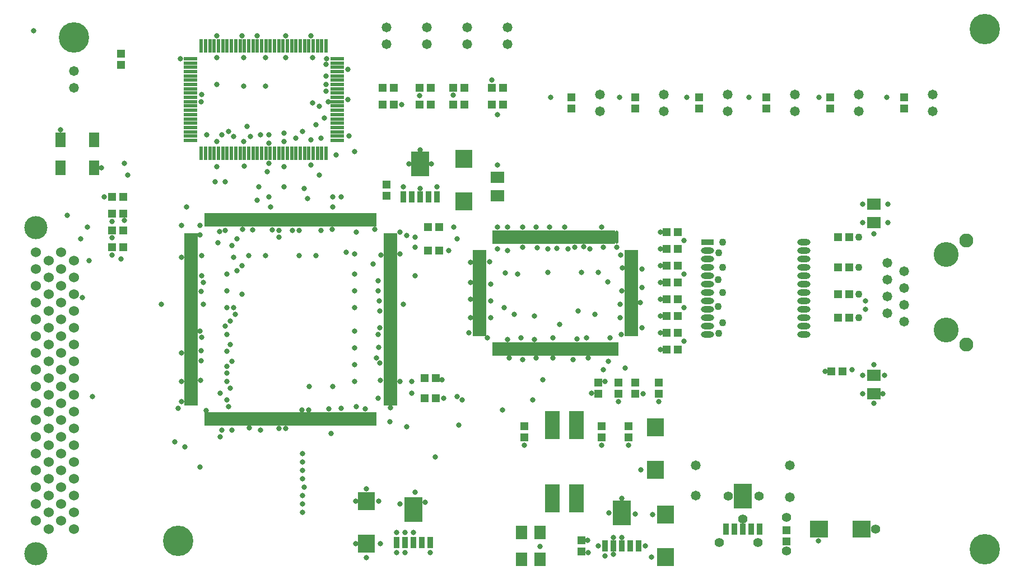
<source format=gts>
%FSLAX24Y24*%
%MOIN*%
G70*
G01*
G75*
%ADD10C,0.0080*%
%ADD11R,0.0433X0.0394*%
%ADD12R,0.0728X0.0118*%
%ADD13R,0.0728X0.0118*%
%ADD14R,0.0118X0.0728*%
%ADD15R,0.1024X0.0945*%
%ADD16R,0.0709X0.0157*%
%ADD17R,0.0157X0.0709*%
%ADD18R,0.0709X0.0122*%
%ADD19O,0.0122X0.0709*%
%ADD20R,0.0122X0.0709*%
%ADD21R,0.0700X0.0300*%
%ADD22O,0.0700X0.0300*%
%ADD23R,0.0300X0.0600*%
%ADD24R,0.1000X0.1400*%
%ADD25R,0.0945X0.1024*%
%ADD26R,0.0394X0.0433*%
%ADD27R,0.0551X0.0787*%
%ADD28R,0.0709X0.0630*%
%ADD29R,0.0827X0.1614*%
%ADD30R,0.0630X0.0709*%
%ADD31R,0.0709X0.0157*%
%ADD32C,0.0400*%
%ADD33C,0.0100*%
%ADD34C,0.0160*%
%ADD35C,0.0200*%
%ADD36C,0.1732*%
%ADD37C,0.0500*%
%ADD38C,0.0750*%
%ADD39C,0.1400*%
%ADD40C,0.1300*%
%ADD41C,0.0520*%
%ADD42C,0.0250*%
%ADD43C,0.0480*%
%ADD44C,0.0350*%
%ADD45C,0.0060*%
%ADD46C,0.0098*%
%ADD47C,0.0079*%
%ADD48C,0.0070*%
%ADD49C,0.0140*%
%ADD50C,0.0120*%
%ADD51R,0.0197X0.0079*%
%ADD52R,0.0200X0.1000*%
%ADD53R,0.0200X0.0500*%
%ADD54R,0.0500X0.0200*%
%ADD55R,0.0200X0.0700*%
%ADD56R,0.0200X0.0200*%
%ADD57R,0.0079X0.0197*%
%ADD58R,0.0079X0.0197*%
%ADD59C,0.0020*%
%ADD60R,0.0197X0.0079*%
%ADD61R,0.0513X0.0474*%
%ADD62R,0.0808X0.0198*%
%ADD63R,0.0808X0.0198*%
%ADD64R,0.0198X0.0808*%
%ADD65R,0.1104X0.1025*%
%ADD66R,0.0789X0.0237*%
%ADD67R,0.0237X0.0789*%
%ADD68R,0.0789X0.0202*%
%ADD69O,0.0202X0.0789*%
%ADD70R,0.0202X0.0789*%
%ADD71R,0.0780X0.0380*%
%ADD72O,0.0780X0.0380*%
%ADD73R,0.0380X0.0680*%
%ADD74R,0.1080X0.1480*%
%ADD75R,0.1025X0.1104*%
%ADD76R,0.0474X0.0513*%
%ADD77R,0.0631X0.0867*%
%ADD78R,0.0789X0.0710*%
%ADD79R,0.0907X0.1694*%
%ADD80R,0.0710X0.0789*%
%ADD81R,0.0789X0.0237*%
%ADD82C,0.1812*%
%ADD83C,0.0580*%
%ADD84C,0.0830*%
%ADD85C,0.1480*%
%ADD86C,0.1380*%
%ADD87C,0.0600*%
%ADD88C,0.0330*%
%ADD89C,0.0560*%
%ADD90C,0.0430*%
D61*
X42835Y59500D02*
D03*
X42165D02*
D03*
X42835Y58500D02*
D03*
X42165D02*
D03*
X45035Y59500D02*
D03*
X44365D02*
D03*
X45035Y58500D02*
D03*
X44365D02*
D03*
X47035Y59500D02*
D03*
X46365D02*
D03*
X47035Y58500D02*
D03*
X46365D02*
D03*
X44665Y42200D02*
D03*
X45335D02*
D03*
X44865Y51200D02*
D03*
X45535D02*
D03*
X59065Y43900D02*
D03*
X59735D02*
D03*
X59065Y44900D02*
D03*
X59735D02*
D03*
X59065Y49900D02*
D03*
X59735D02*
D03*
X59065Y50900D02*
D03*
X59735D02*
D03*
X59065Y48900D02*
D03*
X59735D02*
D03*
X59065Y47900D02*
D03*
X59735D02*
D03*
X59065Y46900D02*
D03*
X59735D02*
D03*
X59065Y45900D02*
D03*
X59735D02*
D03*
X69265Y45800D02*
D03*
X69935D02*
D03*
X69265Y47200D02*
D03*
X69935D02*
D03*
X69265Y48800D02*
D03*
X69935D02*
D03*
X69265Y50600D02*
D03*
X69935D02*
D03*
X69535Y42600D02*
D03*
X68865D02*
D03*
X48665Y58500D02*
D03*
X49335D02*
D03*
X48665Y59500D02*
D03*
X49335D02*
D03*
X45535Y49800D02*
D03*
X44865D02*
D03*
X45335Y41000D02*
D03*
X44665D02*
D03*
X26735Y52000D02*
D03*
X26065D02*
D03*
X26735Y50000D02*
D03*
X26065D02*
D03*
X26735Y51000D02*
D03*
X26065D02*
D03*
X26735Y53000D02*
D03*
X26065D02*
D03*
D62*
X30765Y50720D02*
D03*
Y50523D02*
D03*
Y50326D02*
D03*
Y50129D02*
D03*
Y49932D02*
D03*
Y49735D02*
D03*
Y49539D02*
D03*
Y49342D02*
D03*
Y49145D02*
D03*
Y48948D02*
D03*
Y48751D02*
D03*
Y48554D02*
D03*
Y48357D02*
D03*
Y48161D02*
D03*
Y47964D02*
D03*
Y47767D02*
D03*
Y47570D02*
D03*
Y47373D02*
D03*
Y47176D02*
D03*
Y46980D02*
D03*
Y46783D02*
D03*
Y46586D02*
D03*
Y46389D02*
D03*
Y45995D02*
D03*
Y45405D02*
D03*
Y45208D02*
D03*
Y45011D02*
D03*
Y44814D02*
D03*
Y44617D02*
D03*
Y44420D02*
D03*
Y44224D02*
D03*
Y44027D02*
D03*
Y43830D02*
D03*
Y43633D02*
D03*
Y43436D02*
D03*
Y43239D02*
D03*
Y43043D02*
D03*
Y42846D02*
D03*
Y42649D02*
D03*
Y42452D02*
D03*
Y42255D02*
D03*
Y42058D02*
D03*
Y41861D02*
D03*
Y41665D02*
D03*
Y41468D02*
D03*
Y41271D02*
D03*
Y41074D02*
D03*
Y40877D02*
D03*
Y40680D02*
D03*
X42635Y50326D02*
D03*
Y50129D02*
D03*
Y49932D02*
D03*
Y49735D02*
D03*
Y49539D02*
D03*
Y49342D02*
D03*
Y49145D02*
D03*
Y48948D02*
D03*
Y48751D02*
D03*
Y48554D02*
D03*
Y48161D02*
D03*
Y47964D02*
D03*
Y47767D02*
D03*
Y47570D02*
D03*
Y47373D02*
D03*
Y47176D02*
D03*
Y46980D02*
D03*
Y46783D02*
D03*
Y46586D02*
D03*
Y46389D02*
D03*
Y46192D02*
D03*
Y45995D02*
D03*
Y45798D02*
D03*
Y45602D02*
D03*
Y45405D02*
D03*
Y45208D02*
D03*
Y45011D02*
D03*
Y44814D02*
D03*
Y44617D02*
D03*
Y44420D02*
D03*
Y44224D02*
D03*
Y44027D02*
D03*
Y43830D02*
D03*
Y43633D02*
D03*
Y43436D02*
D03*
Y43239D02*
D03*
Y43043D02*
D03*
Y42846D02*
D03*
Y42649D02*
D03*
Y42452D02*
D03*
Y42255D02*
D03*
Y42058D02*
D03*
Y41861D02*
D03*
Y41665D02*
D03*
Y41468D02*
D03*
Y41271D02*
D03*
Y41074D02*
D03*
Y40877D02*
D03*
Y40680D02*
D03*
X30765Y46192D02*
D03*
X42635Y50720D02*
D03*
Y50523D02*
D03*
Y48357D02*
D03*
D63*
X30765Y45798D02*
D03*
Y45602D02*
D03*
D64*
X41720Y51635D02*
D03*
X41523D02*
D03*
X41326D02*
D03*
X41129D02*
D03*
X40932D02*
D03*
X40735D02*
D03*
X40539D02*
D03*
X40342D02*
D03*
X40145D02*
D03*
X39948D02*
D03*
X39751D02*
D03*
X39554D02*
D03*
X39357D02*
D03*
X39161D02*
D03*
X38964D02*
D03*
X38767D02*
D03*
X38570D02*
D03*
X38373D02*
D03*
X38176D02*
D03*
X37980D02*
D03*
X37783D02*
D03*
X37586D02*
D03*
X37389D02*
D03*
X37192D02*
D03*
X36995D02*
D03*
X36798D02*
D03*
X36602D02*
D03*
X36405D02*
D03*
X36208D02*
D03*
X36011D02*
D03*
X35814D02*
D03*
X35617D02*
D03*
X35420D02*
D03*
X35224D02*
D03*
X35027D02*
D03*
X34830D02*
D03*
X34633D02*
D03*
X34436D02*
D03*
X34239D02*
D03*
X34043D02*
D03*
X33846D02*
D03*
X33649D02*
D03*
X33452D02*
D03*
X33255D02*
D03*
X33058D02*
D03*
X32861D02*
D03*
X32665D02*
D03*
X32468D02*
D03*
X32271D02*
D03*
X32074D02*
D03*
X31877D02*
D03*
X31680D02*
D03*
X41720Y39765D02*
D03*
X41523D02*
D03*
X41326D02*
D03*
X41129D02*
D03*
X40932D02*
D03*
X40735D02*
D03*
X40539D02*
D03*
X40342D02*
D03*
X40145D02*
D03*
X39948D02*
D03*
X39751D02*
D03*
X39554D02*
D03*
X39357D02*
D03*
X39161D02*
D03*
X38964D02*
D03*
X38767D02*
D03*
X38570D02*
D03*
X38373D02*
D03*
X38176D02*
D03*
X37980D02*
D03*
X37783D02*
D03*
X37586D02*
D03*
X37389D02*
D03*
X37192D02*
D03*
X36995D02*
D03*
X36798D02*
D03*
X36602D02*
D03*
X36405D02*
D03*
X36208D02*
D03*
X36011D02*
D03*
X35814D02*
D03*
X35617D02*
D03*
X35420D02*
D03*
X35224D02*
D03*
X35027D02*
D03*
X34830D02*
D03*
X34633D02*
D03*
X34436D02*
D03*
X34239D02*
D03*
X34043D02*
D03*
X33846D02*
D03*
X33649D02*
D03*
X33452D02*
D03*
X33255D02*
D03*
X33058D02*
D03*
X32861D02*
D03*
X32665D02*
D03*
X32468D02*
D03*
X32271D02*
D03*
X32074D02*
D03*
X31877D02*
D03*
X31680D02*
D03*
D65*
X68140Y33200D02*
D03*
X70660D02*
D03*
D66*
X39472Y61231D02*
D03*
Y60975D02*
D03*
Y60719D02*
D03*
Y60463D02*
D03*
Y60207D02*
D03*
Y59952D02*
D03*
Y59696D02*
D03*
Y59440D02*
D03*
Y59184D02*
D03*
Y58928D02*
D03*
Y58672D02*
D03*
Y58416D02*
D03*
Y58160D02*
D03*
Y57904D02*
D03*
Y57648D02*
D03*
Y57393D02*
D03*
Y57137D02*
D03*
Y56881D02*
D03*
Y56625D02*
D03*
Y56369D02*
D03*
X30728D02*
D03*
Y56625D02*
D03*
Y56881D02*
D03*
Y57137D02*
D03*
Y57393D02*
D03*
Y57648D02*
D03*
Y57904D02*
D03*
Y58160D02*
D03*
Y58416D02*
D03*
Y58672D02*
D03*
Y58928D02*
D03*
Y59184D02*
D03*
Y59440D02*
D03*
Y59696D02*
D03*
Y59952D02*
D03*
Y60207D02*
D03*
Y60463D02*
D03*
Y60719D02*
D03*
Y61231D02*
D03*
D67*
X38811Y55609D02*
D03*
X38555D02*
D03*
X38299D02*
D03*
X38043D02*
D03*
X37787D02*
D03*
X37531D02*
D03*
X37275D02*
D03*
X37019D02*
D03*
X36763D02*
D03*
X36507D02*
D03*
X36252D02*
D03*
X35996D02*
D03*
X35740D02*
D03*
X35484D02*
D03*
X35228D02*
D03*
X34972D02*
D03*
X34716D02*
D03*
X34460D02*
D03*
X34204D02*
D03*
X33948D02*
D03*
X33693D02*
D03*
X33437D02*
D03*
X33181D02*
D03*
X32925D02*
D03*
X32669D02*
D03*
X32413D02*
D03*
X32157D02*
D03*
X31901D02*
D03*
X31645D02*
D03*
X31389D02*
D03*
Y61991D02*
D03*
X31645D02*
D03*
X31901D02*
D03*
X32157D02*
D03*
X32413D02*
D03*
X32669D02*
D03*
X32925D02*
D03*
X33181D02*
D03*
X33437D02*
D03*
X33693D02*
D03*
X33948D02*
D03*
X34204D02*
D03*
X34460D02*
D03*
X34716D02*
D03*
X34972D02*
D03*
X35228D02*
D03*
X35484D02*
D03*
X35740D02*
D03*
X35996D02*
D03*
X36252D02*
D03*
X36507D02*
D03*
X36763D02*
D03*
X37019D02*
D03*
X37275D02*
D03*
X37531D02*
D03*
X37787D02*
D03*
X38043D02*
D03*
X38299D02*
D03*
X38555D02*
D03*
X38811D02*
D03*
D68*
X56966Y44813D02*
D03*
Y45009D02*
D03*
Y45206D02*
D03*
Y45403D02*
D03*
Y45600D02*
D03*
Y45797D02*
D03*
Y45994D02*
D03*
Y46191D02*
D03*
Y46387D02*
D03*
Y46584D02*
D03*
Y46781D02*
D03*
Y46978D02*
D03*
Y47175D02*
D03*
Y47372D02*
D03*
Y47569D02*
D03*
Y47765D02*
D03*
Y47962D02*
D03*
Y48159D02*
D03*
Y48356D02*
D03*
Y48553D02*
D03*
Y48750D02*
D03*
Y48946D02*
D03*
Y49143D02*
D03*
Y49340D02*
D03*
Y49537D02*
D03*
Y49734D02*
D03*
X47950D02*
D03*
Y49537D02*
D03*
Y49340D02*
D03*
Y49143D02*
D03*
Y48946D02*
D03*
Y48750D02*
D03*
Y48553D02*
D03*
Y48356D02*
D03*
Y48159D02*
D03*
Y47962D02*
D03*
Y47765D02*
D03*
Y47569D02*
D03*
Y47372D02*
D03*
Y47175D02*
D03*
Y46978D02*
D03*
Y46781D02*
D03*
Y46584D02*
D03*
Y46387D02*
D03*
Y46191D02*
D03*
Y45994D02*
D03*
Y45797D02*
D03*
Y45600D02*
D03*
Y45403D02*
D03*
Y45206D02*
D03*
Y45009D02*
D03*
Y44813D02*
D03*
D69*
X56100Y50600D02*
D03*
D70*
X55903D02*
D03*
X55706D02*
D03*
X55509D02*
D03*
X55313D02*
D03*
X55116D02*
D03*
X54919D02*
D03*
X54722D02*
D03*
X54525D02*
D03*
X54328D02*
D03*
X54131D02*
D03*
X53935D02*
D03*
X53738D02*
D03*
X53541D02*
D03*
X53344D02*
D03*
X53147D02*
D03*
X52950D02*
D03*
X52754D02*
D03*
X52557D02*
D03*
X52360D02*
D03*
X52163D02*
D03*
X51966D02*
D03*
X51769D02*
D03*
X51572D02*
D03*
X51376D02*
D03*
X51179D02*
D03*
X50982D02*
D03*
X50785D02*
D03*
X50588D02*
D03*
X50391D02*
D03*
X50195D02*
D03*
X49998D02*
D03*
X49801D02*
D03*
X49604D02*
D03*
X49407D02*
D03*
X49210D02*
D03*
X49013D02*
D03*
X48817D02*
D03*
Y43946D02*
D03*
X49013D02*
D03*
X49210D02*
D03*
X49407D02*
D03*
X49604D02*
D03*
X49801D02*
D03*
X49998D02*
D03*
X50195D02*
D03*
X50391D02*
D03*
X50588D02*
D03*
X50785D02*
D03*
X50982D02*
D03*
X51179D02*
D03*
X51376D02*
D03*
X51572D02*
D03*
X51769D02*
D03*
X51966D02*
D03*
X52163D02*
D03*
X52360D02*
D03*
X52557D02*
D03*
X52754D02*
D03*
X52950D02*
D03*
X53147D02*
D03*
X53344D02*
D03*
X53541D02*
D03*
X53738D02*
D03*
X53935D02*
D03*
X54131D02*
D03*
X54328D02*
D03*
X54525D02*
D03*
X54722D02*
D03*
X54919D02*
D03*
X55116D02*
D03*
X55313D02*
D03*
X55509D02*
D03*
X55706D02*
D03*
X55903D02*
D03*
X56100D02*
D03*
D71*
X61500Y50300D02*
D03*
D72*
Y49800D02*
D03*
Y49300D02*
D03*
Y48800D02*
D03*
Y48300D02*
D03*
Y47800D02*
D03*
Y47300D02*
D03*
Y46800D02*
D03*
Y46300D02*
D03*
Y45800D02*
D03*
Y45300D02*
D03*
Y44800D02*
D03*
X67250Y50300D02*
D03*
Y49800D02*
D03*
Y49300D02*
D03*
Y48800D02*
D03*
Y48300D02*
D03*
Y47800D02*
D03*
Y47300D02*
D03*
Y46800D02*
D03*
Y46300D02*
D03*
Y45800D02*
D03*
Y45300D02*
D03*
Y44800D02*
D03*
D73*
X56400Y32200D02*
D03*
X56900D02*
D03*
X55400D02*
D03*
X57400D02*
D03*
X55900D02*
D03*
X44000Y32400D02*
D03*
X44500D02*
D03*
X43000D02*
D03*
X45000D02*
D03*
X43500D02*
D03*
X63600Y33200D02*
D03*
X64100D02*
D03*
X62600D02*
D03*
X64600D02*
D03*
X63100D02*
D03*
X44400Y53000D02*
D03*
X44900D02*
D03*
X43400D02*
D03*
X45400D02*
D03*
X43900D02*
D03*
D74*
X56400Y34169D02*
D03*
X44000Y34369D02*
D03*
X63600Y35168D02*
D03*
X44400Y54969D02*
D03*
D75*
X59000Y31540D02*
D03*
Y34060D02*
D03*
X41200Y32340D02*
D03*
Y34860D02*
D03*
X47000Y52740D02*
D03*
Y55260D02*
D03*
X58400Y36740D02*
D03*
Y39260D02*
D03*
D76*
X54000Y31865D02*
D03*
Y32535D02*
D03*
X66200Y33135D02*
D03*
Y32465D02*
D03*
X42400Y53065D02*
D03*
Y53735D02*
D03*
X56200Y41265D02*
D03*
Y41935D02*
D03*
X57200Y41935D02*
D03*
Y41265D02*
D03*
X55000Y41935D02*
D03*
Y41265D02*
D03*
X56800Y39335D02*
D03*
Y38665D02*
D03*
X58600Y41935D02*
D03*
Y41265D02*
D03*
X50600Y38665D02*
D03*
Y39335D02*
D03*
X55200Y38665D02*
D03*
Y39335D02*
D03*
X26600Y61535D02*
D03*
Y60865D02*
D03*
X73200Y58935D02*
D03*
Y58265D02*
D03*
X68800Y58935D02*
D03*
Y58265D02*
D03*
X65000Y58935D02*
D03*
Y58265D02*
D03*
X61000Y58935D02*
D03*
Y58265D02*
D03*
X57200Y58935D02*
D03*
Y58265D02*
D03*
X53400Y58935D02*
D03*
Y58265D02*
D03*
D77*
X25000Y54746D02*
D03*
X23000D02*
D03*
Y56400D02*
D03*
X25000D02*
D03*
D78*
X49000Y53049D02*
D03*
Y54151D02*
D03*
X71400Y52551D02*
D03*
Y51449D02*
D03*
Y41249D02*
D03*
Y42351D02*
D03*
D79*
X53709Y39385D02*
D03*
X52291D02*
D03*
X53709Y35015D02*
D03*
X52291D02*
D03*
D80*
X51551Y31400D02*
D03*
X50449D02*
D03*
X51551Y33000D02*
D03*
X50449D02*
D03*
D81*
X30728Y60975D02*
D03*
D82*
X78000Y63000D02*
D03*
Y32000D02*
D03*
X23800Y62500D02*
D03*
X30000Y32500D02*
D03*
D83*
X49600Y63100D02*
D03*
Y62100D02*
D03*
X72200Y49050D02*
D03*
X73200Y48550D02*
D03*
X72200Y48050D02*
D03*
X73200Y47550D02*
D03*
X72200Y47050D02*
D03*
X73200Y46550D02*
D03*
X72200Y46050D02*
D03*
X73200Y45550D02*
D03*
X44800Y63100D02*
D03*
Y62100D02*
D03*
X47200Y63100D02*
D03*
Y62100D02*
D03*
X42400Y63100D02*
D03*
Y62100D02*
D03*
X23800Y60500D02*
D03*
Y59500D02*
D03*
X74900Y59100D02*
D03*
Y58100D02*
D03*
X70500Y59100D02*
D03*
Y58100D02*
D03*
X66700Y59100D02*
D03*
Y58100D02*
D03*
X62700Y59100D02*
D03*
Y58100D02*
D03*
X58900Y59100D02*
D03*
Y58100D02*
D03*
X55100Y59100D02*
D03*
Y58100D02*
D03*
X66400Y35100D02*
D03*
Y37000D02*
D03*
X60800Y35200D02*
D03*
Y37000D02*
D03*
D84*
X76900Y50390D02*
D03*
Y44210D02*
D03*
D85*
X75700Y45050D02*
D03*
Y49550D02*
D03*
D86*
X21550Y51160D02*
D03*
Y31740D02*
D03*
D87*
Y49700D02*
D03*
X22300Y49200D02*
D03*
X21550Y48700D02*
D03*
X22300Y48200D02*
D03*
X21550Y47700D02*
D03*
X22300Y47200D02*
D03*
X21550Y46700D02*
D03*
X22300Y46200D02*
D03*
Y45200D02*
D03*
Y44200D02*
D03*
X21550Y43700D02*
D03*
X22300Y43200D02*
D03*
X21550Y42700D02*
D03*
X22300Y42200D02*
D03*
X21550Y41700D02*
D03*
X22300Y41200D02*
D03*
X21550Y40700D02*
D03*
X22300Y40200D02*
D03*
X21550Y39700D02*
D03*
X22300Y39200D02*
D03*
X21550Y38700D02*
D03*
X22300Y38200D02*
D03*
X21550Y37700D02*
D03*
X22300Y37200D02*
D03*
X21550Y36700D02*
D03*
X22300Y36200D02*
D03*
X21550Y35700D02*
D03*
X22300Y35200D02*
D03*
X21550Y34700D02*
D03*
X22300Y34200D02*
D03*
X21550Y33700D02*
D03*
X22300Y33200D02*
D03*
X23050Y49700D02*
D03*
X23800Y49200D02*
D03*
X23050Y48700D02*
D03*
X23800Y48200D02*
D03*
X23050Y47700D02*
D03*
X23800Y47200D02*
D03*
X23050Y46700D02*
D03*
X23800Y46200D02*
D03*
X23050Y45700D02*
D03*
X23800Y45200D02*
D03*
X23050Y44700D02*
D03*
X23800Y44200D02*
D03*
X23050Y43700D02*
D03*
X23800Y43200D02*
D03*
X23050Y42700D02*
D03*
X23800Y42200D02*
D03*
X23050Y41700D02*
D03*
X23800Y41200D02*
D03*
X23050Y40700D02*
D03*
X23800Y40200D02*
D03*
X23050Y39700D02*
D03*
X23800Y39200D02*
D03*
X23050Y38700D02*
D03*
X23800Y38200D02*
D03*
X23050Y37700D02*
D03*
X23800Y37200D02*
D03*
X23050Y36700D02*
D03*
X23800Y36200D02*
D03*
X23050Y35700D02*
D03*
X23800Y35200D02*
D03*
X23050Y34700D02*
D03*
X23800Y34200D02*
D03*
X23050Y33700D02*
D03*
X23800Y33200D02*
D03*
X21550Y45700D02*
D03*
Y44700D02*
D03*
D88*
X43500Y33000D02*
D03*
X43200Y34700D02*
D03*
X44100Y35400D02*
D03*
X44700Y34800D02*
D03*
X40560Y34860D02*
D03*
X41200Y35600D02*
D03*
X41940Y34860D02*
D03*
X40560Y32340D02*
D03*
X41200Y31500D02*
D03*
X42040Y32340D02*
D03*
X43000Y31800D02*
D03*
X43500D02*
D03*
X44000Y33000D02*
D03*
X45000Y31800D02*
D03*
X43000Y33000D02*
D03*
X45300Y37500D02*
D03*
X46900Y40900D02*
D03*
X72165Y58935D02*
D03*
X46700Y39400D02*
D03*
X68135Y58935D02*
D03*
X68500Y42600D02*
D03*
X70100Y42700D02*
D03*
X70900Y46800D02*
D03*
X49000Y57900D02*
D03*
X71400Y40700D02*
D03*
X70749Y41249D02*
D03*
X71949D02*
D03*
X71400Y43000D02*
D03*
X70749Y42351D02*
D03*
X72051D02*
D03*
X70749Y52551D02*
D03*
X72249D02*
D03*
X72251Y51449D02*
D03*
X71400Y50800D02*
D03*
X70749Y51449D02*
D03*
X48665Y59965D02*
D03*
X53600Y50000D02*
D03*
X43300Y58500D02*
D03*
X44365Y59035D02*
D03*
X46365Y59065D02*
D03*
X68100Y32500D02*
D03*
X57540Y36740D02*
D03*
X43731Y54969D02*
D03*
X44400Y55800D02*
D03*
X45068Y54969D02*
D03*
X44400Y53500D02*
D03*
X45400Y53600D02*
D03*
X43400D02*
D03*
X33500Y48600D02*
D03*
X33800Y48900D02*
D03*
X33400Y46000D02*
D03*
X33200Y43200D02*
D03*
X32900Y42900D02*
D03*
Y42500D02*
D03*
X33100Y41600D02*
D03*
X32500Y41300D02*
D03*
X32900Y40900D02*
D03*
X58600Y40800D02*
D03*
X56800Y38200D02*
D03*
X56200Y40800D02*
D03*
X57665Y41265D02*
D03*
X54600Y41300D02*
D03*
X56595Y42805D02*
D03*
X55600Y43200D02*
D03*
X55300Y42700D02*
D03*
X55400Y42000D02*
D03*
X50600Y38200D02*
D03*
X55200D02*
D03*
X46400Y51200D02*
D03*
X44100Y50600D02*
D03*
Y50000D02*
D03*
X46100Y49800D02*
D03*
X45800Y41000D02*
D03*
X43900Y41300D02*
D03*
Y42000D02*
D03*
X45700Y42100D02*
D03*
X37400Y34200D02*
D03*
Y34700D02*
D03*
Y35200D02*
D03*
X37500Y35700D02*
D03*
X39700Y40400D02*
D03*
X37400Y36200D02*
D03*
Y36700D02*
D03*
Y37200D02*
D03*
Y37700D02*
D03*
X37389Y40311D02*
D03*
X33300Y46400D02*
D03*
X33800Y47200D02*
D03*
X33100Y45600D02*
D03*
X32800Y45300D02*
D03*
X33100Y44200D02*
D03*
X33000Y40500D02*
D03*
X32500Y38700D02*
D03*
X33200Y39100D02*
D03*
X36011Y39211D02*
D03*
X34900Y39100D02*
D03*
X50500Y43300D02*
D03*
X37400Y56900D02*
D03*
X36300Y56800D02*
D03*
X35400Y56700D02*
D03*
X34100Y57200D02*
D03*
X34300Y56600D02*
D03*
X33000Y56900D02*
D03*
X32600Y56700D02*
D03*
X38400Y58400D02*
D03*
X39400Y55500D02*
D03*
X38000Y58600D02*
D03*
X39700Y53000D02*
D03*
X39200D02*
D03*
X38200Y57300D02*
D03*
X38500Y56500D02*
D03*
X39200Y52400D02*
D03*
X38400Y54300D02*
D03*
X37000Y56500D02*
D03*
X37700Y52900D02*
D03*
X37500Y53500D02*
D03*
X36300Y53600D02*
D03*
X34900Y56700D02*
D03*
X35300Y54500D02*
D03*
X35500Y52400D02*
D03*
X35400Y53000D02*
D03*
X33300Y56600D02*
D03*
X34800Y53600D02*
D03*
X34700Y52800D02*
D03*
X32800Y53900D02*
D03*
X31700Y56700D02*
D03*
X32200Y53900D02*
D03*
X35200Y59600D02*
D03*
X33900D02*
D03*
X30131Y61231D02*
D03*
X31400Y59100D02*
D03*
X31365Y58665D02*
D03*
X32300Y54800D02*
D03*
Y56300D02*
D03*
X33900D02*
D03*
X33948Y54848D02*
D03*
X35400Y55000D02*
D03*
Y56200D02*
D03*
X36300Y56300D02*
D03*
Y54800D02*
D03*
X37900Y56400D02*
D03*
Y54900D02*
D03*
X38700Y57700D02*
D03*
X38928Y58672D02*
D03*
X40100Y58800D02*
D03*
X38800Y59300D02*
D03*
Y59700D02*
D03*
X40100Y60600D02*
D03*
X37900Y62600D02*
D03*
X38000Y61300D02*
D03*
X36400D02*
D03*
Y62600D02*
D03*
X34716Y62584D02*
D03*
X35200Y61300D02*
D03*
X33800Y62600D02*
D03*
X33900Y61300D02*
D03*
X32300Y59700D02*
D03*
Y62600D02*
D03*
Y61300D02*
D03*
X43200Y49600D02*
D03*
X42000Y46200D02*
D03*
Y45200D02*
D03*
Y43100D02*
D03*
X43200Y42000D02*
D03*
X36405Y39205D02*
D03*
X34239Y39239D02*
D03*
X31680Y40280D02*
D03*
X31361Y43239D02*
D03*
X30200Y42000D02*
D03*
Y43700D02*
D03*
X31311Y45011D02*
D03*
X31400Y48300D02*
D03*
X31500Y47900D02*
D03*
X30200Y49400D02*
D03*
X32800Y51000D02*
D03*
X33846Y51054D02*
D03*
X36011Y51011D02*
D03*
X36800Y51000D02*
D03*
X39161Y51061D02*
D03*
X41720Y51080D02*
D03*
X32900Y48400D02*
D03*
Y47400D02*
D03*
Y46400D02*
D03*
Y44800D02*
D03*
Y43800D02*
D03*
Y42000D02*
D03*
X37800Y41700D02*
D03*
X39200D02*
D03*
X40500Y42000D02*
D03*
Y43000D02*
D03*
Y44000D02*
D03*
Y45000D02*
D03*
Y46400D02*
D03*
Y47400D02*
D03*
Y48400D02*
D03*
Y49600D02*
D03*
X40000Y49700D02*
D03*
X38200Y49500D02*
D03*
X37200D02*
D03*
X35200D02*
D03*
X34200D02*
D03*
X32365Y50265D02*
D03*
X31320Y50720D02*
D03*
X32465Y50935D02*
D03*
X31373Y47373D02*
D03*
X31500Y46600D02*
D03*
X31417Y44617D02*
D03*
X31370Y43830D02*
D03*
X31342Y42058D02*
D03*
X37783Y40283D02*
D03*
X38964Y40364D02*
D03*
X41129Y40371D02*
D03*
X42635Y40435D02*
D03*
X41900Y41000D02*
D03*
X42042Y42058D02*
D03*
X41800Y43400D02*
D03*
X41927Y44027D02*
D03*
X41900Y44800D02*
D03*
X41983Y46783D02*
D03*
X41900Y47400D02*
D03*
Y48000D02*
D03*
X42061Y49539D02*
D03*
X40600Y50900D02*
D03*
X38500Y51000D02*
D03*
X37200D02*
D03*
X35617Y51017D02*
D03*
X34436Y51036D02*
D03*
X50200Y48400D02*
D03*
X52000Y48500D02*
D03*
X50500Y50000D02*
D03*
Y51200D02*
D03*
X51300D02*
D03*
X51376Y49976D02*
D03*
X52557Y49943D02*
D03*
X52100Y51200D02*
D03*
X52000Y49900D02*
D03*
X53000Y51200D02*
D03*
X53200Y49900D02*
D03*
X54131Y50031D02*
D03*
X54500Y49900D02*
D03*
X55200Y51200D02*
D03*
X54000Y48500D02*
D03*
X55000D02*
D03*
X55300Y50000D02*
D03*
X56100D02*
D03*
X56335Y49535D02*
D03*
X57600Y48700D02*
D03*
X56450Y48750D02*
D03*
X55565Y47935D02*
D03*
X56400Y47400D02*
D03*
X57600Y47600D02*
D03*
X57500Y46700D02*
D03*
X56300Y46600D02*
D03*
X57600Y45200D02*
D03*
X56300Y45800D02*
D03*
X56387Y44813D02*
D03*
X55706Y44594D02*
D03*
X54400Y43400D02*
D03*
X54300Y44600D02*
D03*
X53800Y46200D02*
D03*
X53738Y44538D02*
D03*
X53500Y43300D02*
D03*
X52300Y43400D02*
D03*
Y44600D02*
D03*
X51200Y45900D02*
D03*
X51300Y43400D02*
D03*
X51200Y44500D02*
D03*
X50000Y46000D02*
D03*
X50400Y44600D02*
D03*
X49604Y44496D02*
D03*
X49700Y43400D02*
D03*
X48400Y44600D02*
D03*
X47300Y44900D02*
D03*
X47403Y45797D02*
D03*
X48600Y45800D02*
D03*
X49400Y46400D02*
D03*
X47400Y46900D02*
D03*
X48600Y46800D02*
D03*
X47400Y47900D02*
D03*
Y49100D02*
D03*
X48600Y47800D02*
D03*
X49465Y48465D02*
D03*
X48543Y49143D02*
D03*
X49604Y51196D02*
D03*
X49600Y49800D02*
D03*
X49000Y49900D02*
D03*
X49013Y51187D02*
D03*
X58700Y43900D02*
D03*
Y44900D02*
D03*
Y45900D02*
D03*
Y46900D02*
D03*
Y47900D02*
D03*
Y48900D02*
D03*
Y49900D02*
D03*
Y50900D02*
D03*
X60100Y44400D02*
D03*
Y46400D02*
D03*
Y48400D02*
D03*
Y50400D02*
D03*
X70900Y46300D02*
D03*
X40600Y40500D02*
D03*
X51100Y40900D02*
D03*
X51700Y42100D02*
D03*
X49300Y40300D02*
D03*
X52700Y45400D02*
D03*
X51551Y32151D02*
D03*
X49000Y54900D02*
D03*
X52165Y58935D02*
D03*
X29800Y38400D02*
D03*
X56265Y58935D02*
D03*
X30400Y38100D02*
D03*
X60265Y58935D02*
D03*
X31300Y36900D02*
D03*
X32600Y39100D02*
D03*
X63965Y58935D02*
D03*
X30000Y40400D02*
D03*
X24900Y41100D02*
D03*
X25454Y54746D02*
D03*
X23000Y57000D02*
D03*
X21400Y62900D02*
D03*
X43600Y39300D02*
D03*
X39100Y38900D02*
D03*
X42600Y39600D02*
D03*
X46600Y41100D02*
D03*
Y50500D02*
D03*
X57800Y32200D02*
D03*
X55000D02*
D03*
X55400Y31600D02*
D03*
X56400Y32700D02*
D03*
X55900D02*
D03*
Y31700D02*
D03*
X54400Y31800D02*
D03*
X54365Y32535D02*
D03*
X58160Y31540D02*
D03*
X58240Y34060D02*
D03*
X57200Y34100D02*
D03*
X55631Y34169D02*
D03*
X56400Y35020D02*
D03*
X38831Y61231D02*
D03*
X30200Y51300D02*
D03*
X40500Y55700D02*
D03*
X40175Y56625D02*
D03*
X33200Y50100D02*
D03*
X31400Y49500D02*
D03*
X30500Y52400D02*
D03*
X38800Y60200D02*
D03*
Y60900D02*
D03*
X33300Y49400D02*
D03*
X29000Y46600D02*
D03*
X26065Y49535D02*
D03*
X26600Y49300D02*
D03*
X24700Y49200D02*
D03*
X24300Y47000D02*
D03*
X30200Y40800D02*
D03*
X26800Y55000D02*
D03*
X26065Y50565D02*
D03*
X24200Y50500D02*
D03*
X26065Y51535D02*
D03*
X24600Y51200D02*
D03*
X43200Y50900D02*
D03*
X43600Y50700D02*
D03*
X27000Y54300D02*
D03*
X44100Y48300D02*
D03*
X41600Y49000D02*
D03*
X36000Y50600D02*
D03*
X33500Y50500D02*
D03*
X31300Y51300D02*
D03*
X26800Y51600D02*
D03*
X23400Y51900D02*
D03*
X43400Y46600D02*
D03*
X25600Y53000D02*
D03*
X54800Y46000D02*
D03*
D89*
X71500Y33200D02*
D03*
X66200Y31900D02*
D03*
Y33900D02*
D03*
X63600Y33800D02*
D03*
X62731Y35168D02*
D03*
X64569D02*
D03*
X64500Y32400D02*
D03*
X62200D02*
D03*
D90*
X62165Y44865D02*
D03*
X62135Y46465D02*
D03*
Y48065D02*
D03*
X62165Y49665D02*
D03*
X62400Y50300D02*
D03*
Y48800D02*
D03*
Y47300D02*
D03*
Y45500D02*
D03*
X70500Y50600D02*
D03*
Y45800D02*
D03*
Y47200D02*
D03*
Y48800D02*
D03*
M02*

</source>
